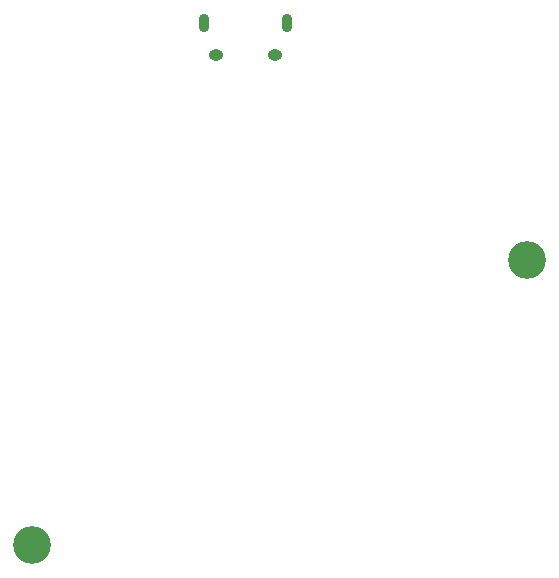
<source format=gbr>
%TF.GenerationSoftware,KiCad,Pcbnew,(5.1.10)-1*%
%TF.CreationDate,2021-12-18T14:31:07-08:00*%
%TF.ProjectId,ESP32_Playboard,45535033-325f-4506-9c61-79626f617264,rev?*%
%TF.SameCoordinates,Original*%
%TF.FileFunction,Soldermask,Bot*%
%TF.FilePolarity,Negative*%
%FSLAX46Y46*%
G04 Gerber Fmt 4.6, Leading zero omitted, Abs format (unit mm)*
G04 Created by KiCad (PCBNEW (5.1.10)-1) date 2021-12-18 14:31:07*
%MOMM*%
%LPD*%
G01*
G04 APERTURE LIST*
%ADD10C,3.200000*%
%ADD11O,0.890000X1.550000*%
%ADD12O,1.250000X0.950000*%
G04 APERTURE END LIST*
D10*
%TO.C,H3*%
X95504000Y-105918000D03*
%TD*%
%TO.C,H2*%
X137414000Y-81788000D03*
%TD*%
D11*
%TO.C,J1*%
X110038000Y-61692000D03*
X117038000Y-61692000D03*
D12*
X111038000Y-64392000D03*
X116038000Y-64392000D03*
%TD*%
M02*

</source>
